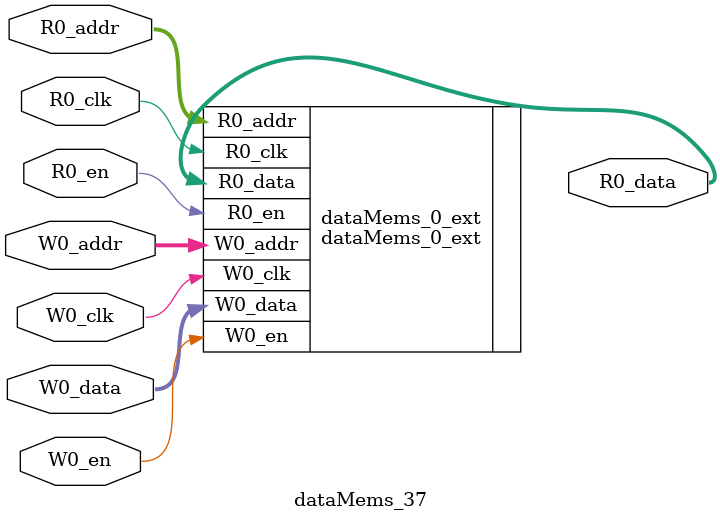
<source format=sv>
`ifndef RANDOMIZE
  `ifdef RANDOMIZE_REG_INIT
    `define RANDOMIZE
  `endif // RANDOMIZE_REG_INIT
`endif // not def RANDOMIZE
`ifndef RANDOMIZE
  `ifdef RANDOMIZE_MEM_INIT
    `define RANDOMIZE
  `endif // RANDOMIZE_MEM_INIT
`endif // not def RANDOMIZE

`ifndef RANDOM
  `define RANDOM $random
`endif // not def RANDOM

// Users can define 'PRINTF_COND' to add an extra gate to prints.
`ifndef PRINTF_COND_
  `ifdef PRINTF_COND
    `define PRINTF_COND_ (`PRINTF_COND)
  `else  // PRINTF_COND
    `define PRINTF_COND_ 1
  `endif // PRINTF_COND
`endif // not def PRINTF_COND_

// Users can define 'ASSERT_VERBOSE_COND' to add an extra gate to assert error printing.
`ifndef ASSERT_VERBOSE_COND_
  `ifdef ASSERT_VERBOSE_COND
    `define ASSERT_VERBOSE_COND_ (`ASSERT_VERBOSE_COND)
  `else  // ASSERT_VERBOSE_COND
    `define ASSERT_VERBOSE_COND_ 1
  `endif // ASSERT_VERBOSE_COND
`endif // not def ASSERT_VERBOSE_COND_

// Users can define 'STOP_COND' to add an extra gate to stop conditions.
`ifndef STOP_COND_
  `ifdef STOP_COND
    `define STOP_COND_ (`STOP_COND)
  `else  // STOP_COND
    `define STOP_COND_ 1
  `endif // STOP_COND
`endif // not def STOP_COND_

// Users can define INIT_RANDOM as general code that gets injected into the
// initializer block for modules with registers.
`ifndef INIT_RANDOM
  `define INIT_RANDOM
`endif // not def INIT_RANDOM

// If using random initialization, you can also define RANDOMIZE_DELAY to
// customize the delay used, otherwise 0.002 is used.
`ifndef RANDOMIZE_DELAY
  `define RANDOMIZE_DELAY 0.002
`endif // not def RANDOMIZE_DELAY

// Define INIT_RANDOM_PROLOG_ for use in our modules below.
`ifndef INIT_RANDOM_PROLOG_
  `ifdef RANDOMIZE
    `ifdef VERILATOR
      `define INIT_RANDOM_PROLOG_ `INIT_RANDOM
    `else  // VERILATOR
      `define INIT_RANDOM_PROLOG_ `INIT_RANDOM #`RANDOMIZE_DELAY begin end
    `endif // VERILATOR
  `else  // RANDOMIZE
    `define INIT_RANDOM_PROLOG_
  `endif // RANDOMIZE
`endif // not def INIT_RANDOM_PROLOG_

// Include register initializers in init blocks unless synthesis is set
`ifndef SYNTHESIS
  `ifndef ENABLE_INITIAL_REG_
    `define ENABLE_INITIAL_REG_
  `endif // not def ENABLE_INITIAL_REG_
`endif // not def SYNTHESIS

// Include rmemory initializers in init blocks unless synthesis is set
`ifndef SYNTHESIS
  `ifndef ENABLE_INITIAL_MEM_
    `define ENABLE_INITIAL_MEM_
  `endif // not def ENABLE_INITIAL_MEM_
`endif // not def SYNTHESIS

module dataMems_37(	// @[generators/ara/src/main/scala/UnsafeAXI4ToTL.scala:365:62]
  input  [4:0]   R0_addr,
  input          R0_en,
  input          R0_clk,
  output [514:0] R0_data,
  input  [4:0]   W0_addr,
  input          W0_en,
  input          W0_clk,
  input  [514:0] W0_data
);

  dataMems_0_ext dataMems_0_ext (	// @[generators/ara/src/main/scala/UnsafeAXI4ToTL.scala:365:62]
    .R0_addr (R0_addr),
    .R0_en   (R0_en),
    .R0_clk  (R0_clk),
    .R0_data (R0_data),
    .W0_addr (W0_addr),
    .W0_en   (W0_en),
    .W0_clk  (W0_clk),
    .W0_data (W0_data)
  );
endmodule


</source>
